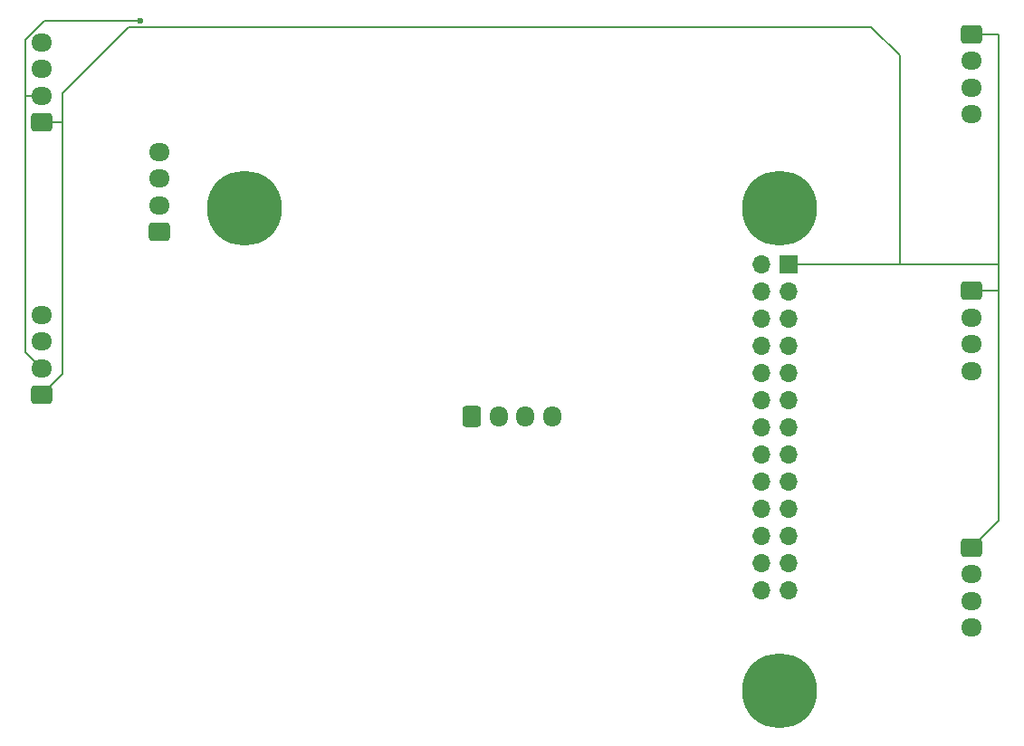
<source format=gbr>
%TF.GenerationSoftware,KiCad,Pcbnew,8.0.4-8.0.4-0~ubuntu22.04.1*%
%TF.CreationDate,2024-09-02T17:19:40-04:00*%
%TF.ProjectId,hivemind-pcb,68697665-6d69-46e6-942d-7063622e6b69,rev?*%
%TF.SameCoordinates,Original*%
%TF.FileFunction,Copper,L2,Bot*%
%TF.FilePolarity,Positive*%
%FSLAX46Y46*%
G04 Gerber Fmt 4.6, Leading zero omitted, Abs format (unit mm)*
G04 Created by KiCad (PCBNEW 8.0.4-8.0.4-0~ubuntu22.04.1) date 2024-09-02 17:19:40*
%MOMM*%
%LPD*%
G01*
G04 APERTURE LIST*
G04 Aperture macros list*
%AMRoundRect*
0 Rectangle with rounded corners*
0 $1 Rounding radius*
0 $2 $3 $4 $5 $6 $7 $8 $9 X,Y pos of 4 corners*
0 Add a 4 corners polygon primitive as box body*
4,1,4,$2,$3,$4,$5,$6,$7,$8,$9,$2,$3,0*
0 Add four circle primitives for the rounded corners*
1,1,$1+$1,$2,$3*
1,1,$1+$1,$4,$5*
1,1,$1+$1,$6,$7*
1,1,$1+$1,$8,$9*
0 Add four rect primitives between the rounded corners*
20,1,$1+$1,$2,$3,$4,$5,0*
20,1,$1+$1,$4,$5,$6,$7,0*
20,1,$1+$1,$6,$7,$8,$9,0*
20,1,$1+$1,$8,$9,$2,$3,0*%
G04 Aperture macros list end*
%TA.AperFunction,ComponentPad*%
%ADD10C,7.000000*%
%TD*%
%TA.AperFunction,ComponentPad*%
%ADD11RoundRect,0.250000X-0.725000X0.600000X-0.725000X-0.600000X0.725000X-0.600000X0.725000X0.600000X0*%
%TD*%
%TA.AperFunction,ComponentPad*%
%ADD12O,1.950000X1.700000*%
%TD*%
%TA.AperFunction,ComponentPad*%
%ADD13RoundRect,0.250000X0.725000X-0.600000X0.725000X0.600000X-0.725000X0.600000X-0.725000X-0.600000X0*%
%TD*%
%TA.AperFunction,ComponentPad*%
%ADD14R,1.700000X1.700000*%
%TD*%
%TA.AperFunction,ComponentPad*%
%ADD15O,1.700000X1.700000*%
%TD*%
%TA.AperFunction,ComponentPad*%
%ADD16RoundRect,0.250000X-0.600000X-0.725000X0.600000X-0.725000X0.600000X0.725000X-0.600000X0.725000X0*%
%TD*%
%TA.AperFunction,ComponentPad*%
%ADD17O,1.700000X1.950000*%
%TD*%
%TA.AperFunction,ViaPad*%
%ADD18C,0.600000*%
%TD*%
%TA.AperFunction,Conductor*%
%ADD19C,0.200000*%
%TD*%
G04 APERTURE END LIST*
D10*
%TO.P,REF\u002A\u002A,1*%
%TO.N,N/C*%
X228500000Y-109150000D03*
%TD*%
%TO.P,REF\u002A\u002A,1*%
%TO.N,N/C*%
X228500000Y-64000000D03*
%TD*%
%TO.P,REF\u002A\u002A,1*%
%TO.N,N/C*%
X178500000Y-64000000D03*
%TD*%
D11*
%TO.P,Skulls,1,Pin_1*%
%TO.N,Net-(AB1-Pin_1)*%
X246500000Y-71750000D03*
D12*
%TO.P,Skulls,2,Pin_2*%
%TO.N,Net-(AB1-Pin_2)*%
X246500000Y-74250000D03*
%TO.P,Skulls,3,Pin_3*%
%TO.N,Net-(OPiZero3-PC8)*%
X246500000Y-76750000D03*
%TO.P,Skulls,4,Pin_4*%
%TO.N,Net-(OPiZero3-Pin_19)*%
X246500000Y-79250000D03*
%TD*%
D11*
%TO.P,Queen,1,Pin_1*%
%TO.N,Net-(AB1-Pin_1)*%
X246500000Y-47750000D03*
D12*
%TO.P,Queen,2,Pin_2*%
%TO.N,Net-(AB1-Pin_2)*%
X246500000Y-50250000D03*
%TO.P,Queen,3,Pin_3*%
%TO.N,Net-(OPiZero3-PC6)*%
X246500000Y-52750000D03*
%TO.P,Queen,4,Pin_4*%
%TO.N,Net-(OPiZero3-PC5)*%
X246500000Y-55250000D03*
%TD*%
%TO.P,LCD,4,GND*%
%TO.N,Net-(LCD1-GND)*%
X170500000Y-58750000D03*
%TO.P,LCD,3,VCC*%
%TO.N,Net-(LCD1-VCC)*%
X170500000Y-61250000D03*
%TO.P,LCD,2,SDA*%
%TO.N,Net-(LCD1-SDA)*%
X170500000Y-63750000D03*
D13*
%TO.P,LCD,1,SCK*%
%TO.N,Net-(LCD1-SCK)*%
X170500000Y-66250000D03*
%TD*%
D11*
%TO.P,Checkers,1,Pin_1*%
%TO.N,Net-(AB1-Pin_1)*%
X246500000Y-95750000D03*
D12*
%TO.P,Checkers,2,Pin_2*%
%TO.N,Net-(AB1-Pin_2)*%
X246500000Y-98250000D03*
%TO.P,Checkers,3,Pin_3*%
%TO.N,Net-(CX1-Pin_3)*%
X246500000Y-100750000D03*
%TO.P,Checkers,4,Pin_4*%
%TO.N,Net-(CX1-Pin_4)*%
X246500000Y-103250000D03*
%TD*%
D13*
%TO.P,Abs,1,Pin_1*%
%TO.N,Net-(AB1-Pin_1)*%
X159500000Y-56000000D03*
D12*
%TO.P,Abs,2,Pin_2*%
%TO.N,Net-(AB1-Pin_2)*%
X159500000Y-53500000D03*
%TO.P,Abs,3,Pin_3*%
%TO.N,Net-(AB1-Pin_3)*%
X159500000Y-51000000D03*
%TO.P,Abs,4,Pin_4*%
%TO.N,Net-(AB1-Pin_4)*%
X159500000Y-48500000D03*
%TD*%
%TO.P,Stripes,4,Pin_4*%
%TO.N,Net-(OPiZero3-Pin_24)*%
X159500000Y-74000000D03*
%TO.P,Stripes,3,Pin_3*%
%TO.N,Net-(OPiZero3-Pin_26)*%
X159500000Y-76500000D03*
%TO.P,Stripes,2,Pin_2*%
%TO.N,Net-(AB1-Pin_2)*%
X159500000Y-79000000D03*
D13*
%TO.P,Stripes,1,Pin_1*%
%TO.N,Net-(AB1-Pin_1)*%
X159500000Y-81500000D03*
%TD*%
D14*
%TO.P,OrangePi Header,1,3.3V*%
%TO.N,Net-(AB1-Pin_1)*%
X229400000Y-69250000D03*
D15*
%TO.P,OrangePi Header,2,Pin_2*%
%TO.N,unconnected-(OPiZero3-Pin_2-Pad2)*%
X226860000Y-69250000D03*
%TO.P,OrangePi Header,3,SDA*%
%TO.N,Net-(LCD1-SDA)*%
X229400000Y-71790000D03*
%TO.P,OrangePi Header,4,Pin_4*%
%TO.N,Net-(LCD1-VCC)*%
X226860000Y-71790000D03*
%TO.P,OrangePi Header,5,SCK*%
%TO.N,Net-(LCD1-SCK)*%
X229400000Y-74330000D03*
%TO.P,OrangePi Header,6,Pin_6*%
%TO.N,Net-(LCD1-GND)*%
X226860000Y-74330000D03*
%TO.P,OrangePi Header,7,PC9*%
%TO.N,unconnected-(OPiZero3-PC9-Pad7)*%
X229400000Y-76870000D03*
%TO.P,OrangePi Header,8,Pin_8*%
%TO.N,unconnected-(OPiZero3-Pin_8-Pad8)*%
X226860000Y-76870000D03*
%TO.P,OrangePi Header,9,GND*%
%TO.N,unconnected-(OPiZero3-GND-Pad9)*%
X229400000Y-79410000D03*
%TO.P,OrangePi Header,10,Pin_10*%
%TO.N,unconnected-(OPiZero3-Pin_10-Pad10)*%
X226860000Y-79410000D03*
%TO.P,OrangePi Header,11,PC6*%
%TO.N,Net-(OPiZero3-PC6)*%
X229400000Y-81950000D03*
%TO.P,OrangePi Header,12,Pin_12*%
%TO.N,unconnected-(OPiZero3-Pin_12-Pad12)*%
X226860000Y-81950000D03*
%TO.P,OrangePi Header,13,PC5*%
%TO.N,Net-(OPiZero3-PC5)*%
X229400000Y-84490000D03*
%TO.P,OrangePi Header,14,Pin_14*%
%TO.N,unconnected-(OPiZero3-Pin_14-Pad14)*%
X226860000Y-84490000D03*
%TO.P,OrangePi Header,15,PC8*%
%TO.N,Net-(OPiZero3-PC8)*%
X229400000Y-87030000D03*
%TO.P,OrangePi Header,16,Pin_16*%
%TO.N,unconnected-(OPiZero3-Pin_16-Pad16)*%
X226860000Y-87030000D03*
%TO.P,OrangePi Header,17,Pin_17*%
%TO.N,unconnected-(OPiZero3-Pin_17-Pad17)*%
X229400000Y-89570000D03*
%TO.P,OrangePi Header,18,Pin_18*%
%TO.N,Net-(AB1-Pin_4)*%
X226860000Y-89570000D03*
%TO.P,OrangePi Header,19,Pin_19*%
%TO.N,Net-(OPiZero3-Pin_19)*%
X229400000Y-92110000D03*
%TO.P,OrangePi Header,20,Pin_20*%
%TO.N,unconnected-(OPiZero3-Pin_20-Pad20)*%
X226860000Y-92110000D03*
%TO.P,OrangePi Header,21,Pin_21*%
%TO.N,Net-(CX1-Pin_3)*%
X229400000Y-94650000D03*
%TO.P,OrangePi Header,22,Pin_22*%
%TO.N,Net-(AB1-Pin_3)*%
X226860000Y-94650000D03*
%TO.P,OrangePi Header,23,Pin_23*%
%TO.N,Net-(CX1-Pin_4)*%
X229400000Y-97190000D03*
%TO.P,OrangePi Header,24,Pin_24*%
%TO.N,Net-(OPiZero3-Pin_24)*%
X226860000Y-97190000D03*
%TO.P,OrangePi Header,25,Pin_25*%
%TO.N,Net-(AB1-Pin_2)*%
X229400000Y-99730000D03*
%TO.P,OrangePi Header,26,Pin_26*%
%TO.N,Net-(OPiZero3-Pin_26)*%
X226860000Y-99730000D03*
%TD*%
D16*
%TO.P,PN532,1,SCK*%
%TO.N,Net-(LCD1-SCK)*%
X199750000Y-83500000D03*
D17*
%TO.P,PN532,2,SDA*%
%TO.N,Net-(LCD1-SDA)*%
X202250000Y-83500000D03*
%TO.P,PN532,3,VCC*%
%TO.N,Net-(LCD1-VCC)*%
X204750000Y-83500000D03*
%TO.P,PN532,4,GND*%
%TO.N,Net-(LCD1-GND)*%
X207250000Y-83500000D03*
%TD*%
D18*
%TO.N,Net-(AB1-Pin_2)*%
X168750000Y-46500000D03*
%TD*%
D19*
%TO.N,Net-(AB1-Pin_1)*%
X159500000Y-56000000D02*
X161500000Y-56000000D01*
X239750000Y-69250000D02*
X239750000Y-49750000D01*
X239750000Y-49750000D02*
X237100000Y-47100000D01*
X237100000Y-47100000D02*
X167650000Y-47100000D01*
X167650000Y-47100000D02*
X161500000Y-53250000D01*
X161500000Y-53250000D02*
X161500000Y-56000000D01*
X229400000Y-69250000D02*
X239750000Y-69250000D01*
X239750000Y-69250000D02*
X249000000Y-69250000D01*
X161500000Y-56000000D02*
X161500000Y-79500000D01*
X161500000Y-79500000D02*
X159500000Y-81500000D01*
%TO.N,Net-(AB1-Pin_2)*%
X158000000Y-48248654D02*
X158000000Y-53500000D01*
X158000000Y-53500000D02*
X158000000Y-77500000D01*
X159500000Y-53500000D02*
X158000000Y-53500000D01*
X168750000Y-46500000D02*
X159748654Y-46500000D01*
X159748654Y-46500000D02*
X158000000Y-48248654D01*
X158000000Y-77500000D02*
X159500000Y-79000000D01*
%TO.N,Net-(AB1-Pin_1)*%
X249000000Y-69250000D02*
X249000000Y-71750000D01*
X246500000Y-71750000D02*
X249000000Y-71750000D01*
X249000000Y-71750000D02*
X249000000Y-93250000D01*
X249000000Y-47750000D02*
X249000000Y-69250000D01*
X246500000Y-47750000D02*
X249000000Y-47750000D01*
X249000000Y-93250000D02*
X246500000Y-95750000D01*
%TD*%
M02*

</source>
